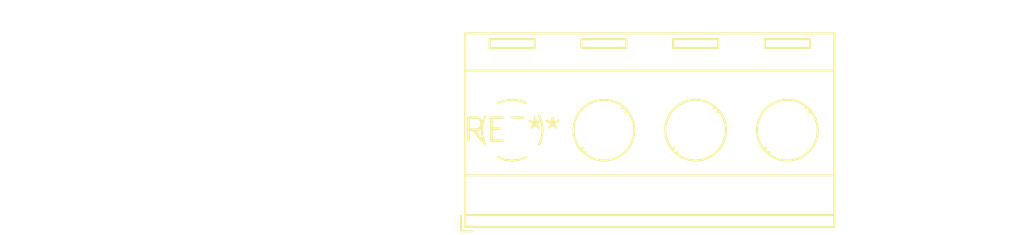
<source format=kicad_pcb>
(kicad_pcb (version 20240108) (generator pcbnew)
  (layers (0 "F.Cu" signal) (31 "B.Cu" signal) (34 "B.Paste" user) (35 "F.Paste" user) (36 "B.SilkS" user "B.Silkscreen") (37 "F.SilkS" user "F.Silkscreen") (38 "B.Mask" user) (39 "F.Mask" user) (44 "Edge.Cuts" user))
  (net 0 "")
  (footprint "TerminalBlock_RND_205-00289_1x04_P5.08mm_Horizontal" (layer "F.Cu") (at 0 0)
    (property "Reference" "REF**")
    (property "Value" "TerminalBlock_RND_205-00289_1x04_P5.08mm_Horizontal")
    (fp_line (start -2.84 4.76) (end -2.84 5.6) (layer "F.SilkS") (stroke (width 0.12)))
    (fp_line (start -2.84 5.6) (end -2.24 5.6) (layer "F.SilkS") (stroke (width 0.12)))
    (fp_line (start -2.6 -5.36) (end -2.6 5.36) (layer "F.SilkS") (stroke (width 0.12)))
    (fp_line (start -2.6 -5.36) (end 17.84 -5.36) (layer "F.SilkS") (stroke (width 0.12)))
    (fp_line (start -2.6 -3.3) (end 17.84 -3.3) (layer "F.SilkS") (stroke (width 0.12)))
    (fp_line (start -2.6 2.5) (end 17.84 2.5) (layer "F.SilkS") (stroke (width 0.12)))
    (fp_line (start -2.6 4.7) (end 17.84 4.7) (layer "F.SilkS") (stroke (width 0.12)))
    (fp_line (start -2.6 5.36) (end 17.84 5.36) (layer "F.SilkS") (stroke (width 0.12)))
    (fp_line (start -1.25 -5.05) (end -1.25 -4.55) (layer "F.SilkS") (stroke (width 0.12)))
    (fp_line (start -1.25 -5.05) (end 1.25 -5.05) (layer "F.SilkS") (stroke (width 0.12)))
    (fp_line (start -1.25 -4.55) (end 1.25 -4.55) (layer "F.SilkS") (stroke (width 0.12)))
    (fp_line (start 1.25 -5.05) (end 1.25 -4.55) (layer "F.SilkS") (stroke (width 0.12)))
    (fp_line (start 3.83 -5.05) (end 3.83 -4.55) (layer "F.SilkS") (stroke (width 0.12)))
    (fp_line (start 3.83 -5.05) (end 6.33 -5.05) (layer "F.SilkS") (stroke (width 0.12)))
    (fp_line (start 3.83 -4.55) (end 6.33 -4.55) (layer "F.SilkS") (stroke (width 0.12)))
    (fp_line (start 3.9 0.976) (end 3.806 1.069) (layer "F.SilkS") (stroke (width 0.12)))
    (fp_line (start 4.07 1.216) (end 4.011 1.274) (layer "F.SilkS") (stroke (width 0.12)))
    (fp_line (start 6.15 -1.275) (end 6.091 -1.216) (layer "F.SilkS") (stroke (width 0.12)))
    (fp_line (start 6.33 -5.05) (end 6.33 -4.55) (layer "F.SilkS") (stroke (width 0.12)))
    (fp_line (start 6.355 -1.069) (end 6.261 -0.976) (layer "F.SilkS") (stroke (width 0.12)))
    (fp_line (start 8.91 -5.05) (end 8.91 -4.55) (layer "F.SilkS") (stroke (width 0.12)))
    (fp_line (start 8.91 -5.05) (end 11.41 -5.05) (layer "F.SilkS") (stroke (width 0.12)))
    (fp_line (start 8.91 -4.55) (end 11.41 -4.55) (layer "F.SilkS") (stroke (width 0.12)))
    (fp_line (start 8.98 0.976) (end 8.886 1.069) (layer "F.SilkS") (stroke (width 0.12)))
    (fp_line (start 9.15 1.216) (end 9.091 1.274) (layer "F.SilkS") (stroke (width 0.12)))
    (fp_line (start 11.23 -1.275) (end 11.171 -1.216) (layer "F.SilkS") (stroke (width 0.12)))
    (fp_line (start 11.41 -5.05) (end 11.41 -4.55) (layer "F.SilkS") (stroke (width 0.12)))
    (fp_line (start 11.435 -1.069) (end 11.341 -0.976) (layer "F.SilkS") (stroke (width 0.12)))
    (fp_line (start 13.99 -5.05) (end 13.99 -4.55) (layer "F.SilkS") (stroke (width 0.12)))
    (fp_line (start 13.99 -5.05) (end 16.49 -5.05) (layer "F.SilkS") (stroke (width 0.12)))
    (fp_line (start 13.99 -4.55) (end 16.49 -4.55) (layer "F.SilkS") (stroke (width 0.12)))
    (fp_line (start 14.06 0.976) (end 13.966 1.069) (layer "F.SilkS") (stroke (width 0.12)))
    (fp_line (start 14.23 1.216) (end 14.171 1.274) (layer "F.SilkS") (stroke (width 0.12)))
    (fp_line (start 16.31 -1.275) (end 16.251 -1.216) (layer "F.SilkS") (stroke (width 0.12)))
    (fp_line (start 16.49 -5.05) (end 16.49 -4.55) (layer "F.SilkS") (stroke (width 0.12)))
    (fp_line (start 16.515 -1.069) (end 16.421 -0.976) (layer "F.SilkS") (stroke (width 0.12)))
    (fp_line (start 17.84 -5.36) (end 17.84 5.36) (layer "F.SilkS") (stroke (width 0.12)))
    (fp_arc (start -1.483953 0.789089) (mid -1.680708 5e-05) (end -1.484 -0.789) (layer "F.SilkS") (stroke (width 0.12)))
    (fp_arc (start -0.789089 -1.483953) (mid -5e-05 -1.680708) (end 0.789 -1.484) (layer "F.SilkS") (stroke (width 0.12)))
    (fp_arc (start 0.029383 1.68045) (mid -0.392304 1.634281) (end -0.789 1.484) (layer "F.SilkS") (stroke (width 0.12)))
    (fp_arc (start 0.788712 1.483352) (mid 0.406429 1.630097) (end 0 1.68) (layer "F.SilkS") (stroke (width 0.12)))
    (fp_arc (start 1.483953 -0.789089) (mid 1.680708 -5e-05) (end 1.484 0.789) (layer "F.SilkS") (stroke (width 0.12)))
    (fp_circle (center 5.08 0) (end 6.76 0) (layer "F.SilkS") (stroke (width 0.12)) (fill none))
    (fp_circle (center 10.16 0) (end 11.84 0) (layer "F.SilkS") (stroke (width 0.12)) (fill none))
    (fp_circle (center 15.24 0) (end 16.92 0) (layer "F.SilkS") (stroke (width 0.12)) (fill none))
    (pad "1" thru_hole rect (at 0 0) (size 2.5 2.5) (drill 1.3) (layers *.Cu *.Mask) (remove_unused_layers))
    (pad "2" thru_hole circle (at 5.08 0) (size 2.5 2.5) (drill 1.3) (layers *.Cu *.Mask) (remove_unused_layers))
    (pad "3" thru_hole circle (at 10.16 0) (size 2.5 2.5) (drill 1.3) (layers *.Cu *.Mask) (remove_unused_layers))
    (pad "4" thru_hole circle (at 15.24 0) (size 2.5 2.5) (drill 1.3) (layers *.Cu *.Mask) (remove_unused_layers))
  )
)
</source>
